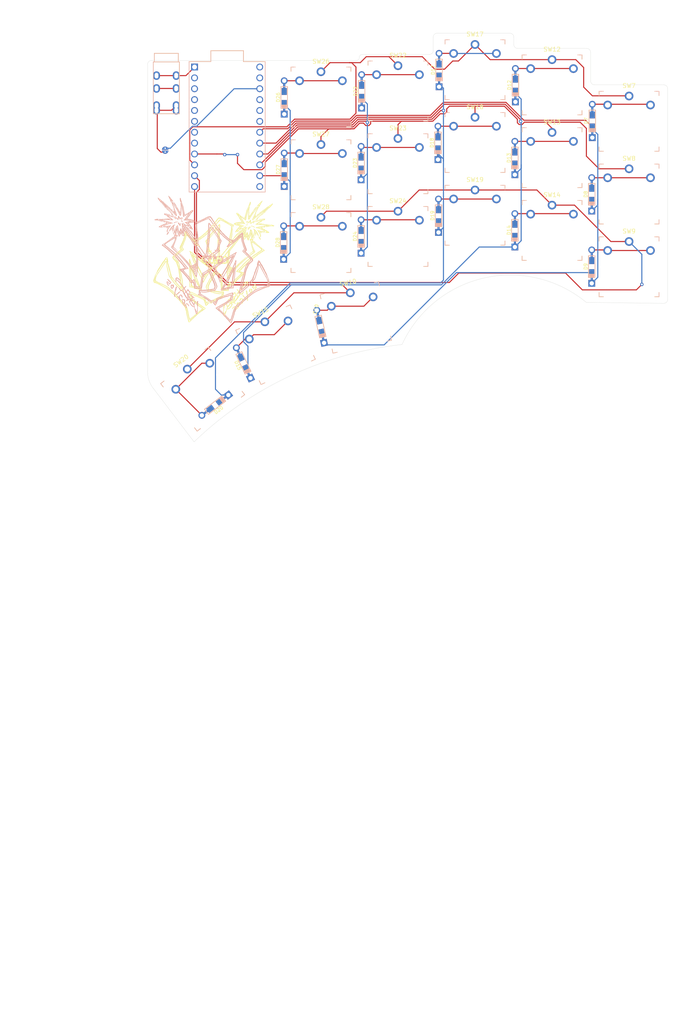
<source format=kicad_pcb>
(kicad_pcb (version 20210606) (generator pcbnew)
  (layers (0 "F.Cu" signal) (31 "B.Cu" signal) (34 "B.Paste" user) (35 "F.Paste" user) (36 "B.SilkS" user "B.Silkscreen") (37 "F.SilkS" user "F.Silkscreen") (38 "B.Mask" user) (39 "F.Mask" user) (44 "Edge.Cuts" user))
  (net 0 "")
  (net 1 "/Col1")
  (net 2 "Net-(D7-Pad2)")
  (net 3 "Net-(D8-Pad2)")
  (net 4 "Net-(D9-Pad2)")
  (net 5 "Net-(D10-Pad2)")
  (net 6 "/Col2")
  (net 7 "Net-(D12-Pad2)")
  (net 8 "Net-(D13-Pad2)")
  (net 9 "Net-(D14-Pad2)")
  (net 10 "Net-(D15-Pad2)")
  (net 11 "/Col3")
  (net 12 "Net-(D17-Pad2)")
  (net 13 "Net-(D18-Pad2)")
  (net 14 "Net-(D19-Pad2)")
  (net 15 "Net-(D20-Pad2)")
  (net 16 "/Col4")
  (net 17 "Net-(D22-Pad2)")
  (net 18 "Net-(D23-Pad2)")
  (net 19 "Net-(D24-Pad2)")
  (net 20 "/Col5")
  (net 21 "Net-(D26-Pad2)")
  (net 22 "Net-(D27-Pad2)")
  (net 23 "Net-(D28-Pad2)")
  (net 24 "/Row1")
  (net 25 "/Row2")
  (net 26 "/Row3")
  (net 27 "/Row4")
  (net 28 "/Serial")
  (net 29 "VCC")
  (net 30 "GND")
  (net 31 "Net-(RST1-Pad1)")
  (footprint "Keebio-Parts:Diode-dual" (layer "F.Cu") (at 225.407 62.260328 -90)
    (fp_text reference "D7")
    (fp_text value "1N4148" hide)
  )
  (footprint "Keebio-Parts:Diode-dual" (layer "F.Cu") (at 225.28 79.405328 -90)
    (fp_text reference "D8")
    (fp_text value "1N4148" hide)
  )
  (footprint "Keebio-Parts:Diode-dual" (layer "F.Cu") (at 225.28 96.296328 -90)
    (fp_text reference "D9")
    (fp_text value "1N4148" hide)
  )
  (footprint "Keebio-Parts:Diode-dual" (layer "F.Cu") (at 161.884594 110.296879 -77.5)
    (fp_text reference "D10")
    (fp_text value "1N4148" hide)
  )
  (footprint "Keebio-Parts:Diode-dual" (layer "F.Cu") (at 207.441 53.906998 -90)
    (fp_text reference "D12")
    (fp_text value "1N4148" hide)
  )
  (footprint "Keebio-Parts:Diode-dual" (layer "F.Cu") (at 207.314 70.924998 -90)
    (fp_text reference "D13")
    (fp_text value "1N4148" hide)
  )
  (footprint "Keebio-Parts:Diode-dual" (layer "F.Cu") (at 207.314 87.815998 -90)
    (fp_text reference "D14")
    (fp_text value "1N4148" hide)
  )
  (footprint "Keebio-Parts:Diode-dual" (layer "F.Cu") (at 143.884594 118.796875 -65)
    (fp_text reference "D15")
    (fp_text value "1N4148" hide)
  )
  (footprint "Keebio-Parts:Diode-dual" (layer "F.Cu") (at 189.602 50.370664 -90)
    (fp_text reference "D17")
    (fp_text value "1N4148" hide)
  )
  (footprint "Keebio-Parts:Diode-dual" (layer "F.Cu") (at 189.348 67.388664 -90)
    (fp_text reference "D18")
    (fp_text value "1N4148" hide)
  )
  (footprint "Keebio-Parts:Diode-dual" (layer "F.Cu") (at 189.475 84.406664 -90)
    (fp_text reference "D19")
    (fp_text value "1N4148" hide)
  )
  (footprint "Keebio-Parts:Diode-dual" (layer "F.Cu") (at 137.266617 128.671904 37.5)
    (fp_text reference "D20")
    (fp_text value "1N4148" hide)
  )
  (footprint "Keebio-Parts:Diode-dual" (layer "F.Cu") (at 171.509 55.34333 -90)
    (fp_text reference "D22")
    (fp_text value "1N4148" hide)
  )
  (footprint "Keebio-Parts:Diode-dual" (layer "F.Cu") (at 171.382 72.10733 -90)
    (fp_text reference "D23")
    (fp_text value "1N4148" hide)
  )
  (footprint "Keebio-Parts:Diode-dual" (layer "F.Cu") (at 171.382 89.25233 -90)
    (fp_text reference "D24")
    (fp_text value "1N4148" hide)
  )
  (footprint "Keebio-Parts:Diode-dual" (layer "F.Cu") (at 153.416 56.769 -90)
    (fp_text reference "D26")
    (fp_text value "1N4148" hide)
  )
  (footprint "Keebio-Parts:Diode-dual" (layer "F.Cu") (at 153.416 73.66 -90)
    (fp_text reference "D27")
    (fp_text value "1N4148" hide)
  )
  (footprint "Keebio-Parts:TRRS-PJ-320A" (layer "F.Cu") (at 125.87 48.46898)
    (fp_text reference "J1")
    (fp_text value "AudioJack4")
  )
  (footprint "Keebio-Parts:SolderJumperSets" (layer "F.Cu") (at 125.603 69.088 -90)
    (fp_text reference "RST1" hide)
    (fp_text value "RESET_JUMP" hide)
  )
  (footprint "keyswitches:PG1350_reversible" (layer "F.Cu") (at 234 79.333328 180)
    (fp_text reference "SW8")
    (fp_text value "SW_PUSH")
  )
  (footprint "keyswitches:PG1350_reversible" (layer "F.Cu") (at 234 96.333328 180)
    (fp_text reference "SW9")
    (fp_text value "SW_PUSH")
  )
  (footprint "keyswitches:PG1350_reversible" (layer "F.Cu") (at 216 70.833332 180)
    (fp_text reference "SW13")
    (fp_text value "SW_PUSH")
  )
  (footprint "keyswitches:PG1350_reversible" (layer "F.Cu") (at 216 87.833332 180)
    (fp_text reference "SW14")
    (fp_text value "SW_PUSH")
  )
  (footprint "keyswitches:PG1350_reversible" (layer "F.Cu") (at 151.384594 114.546877 -155)
    (fp_text reference "SW15")
    (fp_text value "SW_PUSH")
  )
  (footprint "keyswitches:PG1350_reversible" (layer "F.Cu") (at 134.357794 124.923065 -142.5)
    (fp_text reference "SW20")
    (fp_text value "SW_PUSH")
  )
  (footprint "keyswitches:PG1350_reversible" (layer "F.Cu") (at 180 55.249998 180)
    (fp_text reference "SW22")
    (fp_text value "SW_PUSH")
  )
  (footprint "keyswitches:PG1350_reversible" (layer "F.Cu") (at 180 72.249998 180)
    (fp_text reference "SW23")
    (fp_text value "SW_PUSH")
  )
  (footprint "keyswitches:PG1350_reversible" (layer "F.Cu") (at 180 89.249998 180)
    (fp_text reference "SW24")
    (fp_text value "SW_PUSH")
  )
  (footprint "keyswitches:PG1350_reversible" (layer "F.Cu") (at 162 56.666664 180)
    (fp_text reference "SW26")
    (fp_text value "SW_PUSH")
  )
  (footprint "keyswitches:PG1350_reversible" (layer "F.Cu") (at 162 73.666664 180)
    (fp_text reference "SW27")
    (fp_text value "SW_PUSH")
  )
  (footprint "keyswitches:PG1350_reversible" (layer "F.Cu") (at 162 90.666664 180)
    (fp_text reference "SW28")
    (fp_text value "SW_PUSH")
  )
  (footprint "promicro:ProMicro" (layer "F.Cu") (at 140.081 63.627 -90)
    (fp_text reference "U1" hide)
    (fp_text value "ProMicro")
  )
  (footprint "keyswitches:PG1350_reversible" (layer "F.Cu") (at 234 62.333328 180)
    (fp_text reference "SW7")
    (fp_text value "SW_PUSH")
  )
  (footprint "keyswitches:PG1350_reversible" (layer "F.Cu") (at 216 53.833332 180)
    (fp_text reference "SW12")
    (fp_text value "SW_PUSH")
  )
  (footprint "Keebio-Parts:Diode-dual" (layer "F.Cu") (at 153.289 90.678 -90)
    (fp_text reference "D28")
    (fp_text value "1N4148" hide)
  )
  (footprint "keyswitches:PG1350_reversible" (layer "F.Cu") (at 198 50.291667 180)
    (fp_text reference "SW17")
    (fp_text value "SW_PUSH")
  )
  (footprint "keyswitches:PG1350_reversible" (layer "F.Cu") (at 198 84.291667 180)
    (fp_text reference "SW19")
    (fp_text value "SW_PUSH")
  )
  (footprint "keyswitches:PG1350_reversible" (layer "F.Cu") (at 198 67.291667 180)
    (fp_text reference "SW18")
    (fp_text value "SW_PUSH")
  )
  (footprint "keyswitches:PG1350_reversible" (layer "F.Cu") (at 170.134594 108.17188 -167.5)
    (fp_text reference "SW10")
    (fp_text value "SW_PUSH")
  )
  (footprint "footprints:kazcyril" (layer "F.Cu") (at 136.6 94.8)
    (fp_text reference "Gkaz")
    (fp_text value "LOGO")
  )
  (footprint "Keebio-Parts:TRRS-PJ-320A" (layer "B.Cu") (at 125.87 48.46898 180)
    (fp_text reference "J2")
    (fp_text value "AudioJack4")
  )
  (footprint "footprints:kazcyril" (layer "B.Cu") (at 136.818782 94.611337 175)
    (fp_text reference "G***")
    (fp_text value "LOGO" hide)
  )
  (gr_line (start 225.0186 46.228) (end 225.0186 52.9082) (layer "Edge.Cuts") (width 0.05))
  (gr_line (start 225.933 53.8226) (end 242.1128 53.8226) (layer "Edge.Cuts") (width 0.05))
  (gr_line (start 207.9752 45.3136) (end 224.1042 45.3136) (layer "Edge.Cuts") (width 0.05))
  (gr_line (start 207.0608 42.672) (end 207.0608 44.3992) (layer "Edge.Cuts") (width 0.05))
  (gr_line (start 189.1538 41.7576) (end 206.1464 41.7576) (layer "Edge.Cuts") (width 0.05))
  (gr_line (start 188.2394 45.7962) (end 188.2394 42.672) (layer "Edge.Cuts") (width 0.05))
  (gr_line (start 171.6786 46.7106) (end 187.325 46.7106) (layer "Edge.Cuts") (width 0.05))
  (gr_line (start 122.4026 48.133) (end 170.2562 48.133) (layer "Edge.Cuts") (width 0.05))
  (gr_line (start 243.0272 103.9622) (end 243.0272 54.737) (layer "Edge.Cuts") (width 0.05))
  (gr_line (start 122.8 124.7) (end 132.35 137.25) (layer "Edge.Cuts") (width 0.05))
  (gr_arc (start 242.1128 103.9622) (end 242.1128 104.8766) (angle -90) (layer "Edge.Cuts") (width 0.05))
  (gr_arc (start 225.933 52.9082) (end 225.0186 52.9082) (angle -90) (layer "Edge.Cuts") (width 0.05))
  (gr_line (start 121.4882 49.0474) (end 121.4882 120.8024) (layer "Edge.Cuts") (width 0.05))
  (gr_arc (start 224.1042 46.228) (end 225.0186 46.228) (angle -90) (layer "Edge.Cuts") (width 0.05))
  (gr_line (start 242.1128 104.8766) (end 224 104.65) (layer "Edge.Cuts") (width 0.05))
  (gr_arc (start 206.260515 126.119817) (end 224 104.65) (angle -104.9058916) (layer "Edge.Cuts") (width 0.05))
  (gr_arc (start 187.325 45.7962) (end 187.325 46.7106) (angle -90) (layer "Edge.Cuts") (width 0.05))
  (gr_arc (start 171.6786 47.4218) (end 171.6786 46.7106) (angle -90) (layer "Edge.Cuts") (width 0.05))
  (gr_arc (start 170.2562 47.4218) (end 170.2562 48.133) (angle -90) (layer "Edge.Cuts") (width 0.05))
  (gr_arc (start 207.9752 44.3992) (end 207.0608 44.3992) (angle -90) (layer "Edge.Cuts") (width 0.05))
  (gr_arc (start 127.654137 120.896708) (end 121.4882 120.8024) (angle -38.95552328) (layer "Edge.Cuts") (width 0.05))
  (gr_arc (start 190.012088 197.145218) (end 180.95 114.5) (angle -37.65422344) (layer "Edge.Cuts") (width 0.05))
  (gr_arc (start 189.1538 42.672) (end 189.1538 41.7576) (angle -90) (layer "Edge.Cuts") (width 0.05))
  (gr_arc (start 242.1128 54.737) (end 243.0272 54.737) (angle -90) (layer "Edge.Cuts") (width 0.05))
  (gr_arc (start 206.1464 42.672) (end 207.0608 42.672) (angle -90) (layer "Edge.Cuts") (width 0.05))
  (gr_arc (start 122.4026 49.0474) (end 122.4026 48.133) (angle -90) (layer "Edge.Cuts") (width 0.05))
  (segment (start 205.232 57.912) (end 190.626999 57.912001) (width 0.25) (layer "F.Cu") (net 1))
  (segment (start 190.626999 57.912001) (end 187.579 60.96) (width 0.25) (layer "F.Cu") (net 1))
  (segment (start 170.30841 60.96) (end 168.9694 62.29901) (width 0.25) (layer "F.Cu") (net 1))
  (segment (start 154.23176 64.07701) (end 148.52099 64.07701) (width 0.25) (layer "F.Cu") (net 1))
  (segment (start 168.9694 62.29901) (end 156.00976 62.29901) (width 0.25) (layer "F.Cu") (net 1))
  (segment (start 225.407 63.660328) (end 223.849672 62.103) (width 0.25) (layer "F.Cu") (net 1))
  (segment (start 148.52099 64.07701) (end 147.701 64.897) (width 0.25) (layer "F.Cu") (net 1))
  (segment (start 209.423 62.103) (end 205.232 57.912) (width 0.25) (layer "F.Cu") (net 1))
  (segment (start 223.849672 62.103) (end 209.423 62.103) (width 0.25) (layer "F.Cu") (net 1))
  (segment (start 156.00976 62.29901) (end 154.23176 64.07701) (width 0.25) (layer "F.Cu") (net 1))
  (segment (start 187.579 60.96) (end 170.30841 60.96) (width 0.25) (layer "F.Cu") (net 1))
  (segment (start 225.407 64.760328) (end 226.050328 64.760328) (width 0.25) (layer "B.Cu") (net 1))
  (segment (start 176.764735 114.585265) (end 193.653672 97.696328) (width 0.25) (layer "B.Cu") (net 1))
  (segment (start 226.695 65.405) (end 226.695 80.518) (width 0.25) (layer "B.Cu") (net 1))
  (segment (start 226.695 98.781328) (end 225.28 100.196328) (width 0.25) (layer "B.Cu") (net 1))
  (segment (start 162.728708 114.104433) (end 163.20954 114.585265) (width 0.25) (layer "B.Cu") (net 1))
  (segment (start 226.050328 64.760328) (end 226.695 65.405) (width 0.25) (layer "B.Cu") (net 1))
  (segment (start 163.20954 114.585265) (end 176.764735 114.585265) (width 0.25) (layer "B.Cu") (net 1))
  (segment (start 226.695 80.518) (end 226.695 98.781328) (width 0.25) (layer "B.Cu") (net 1))
  (segment (start 193.653672 97.696328) (end 225.28 97.696328) (width 0.25) (layer "B.Cu") (net 1))
  (segment (start 226.695 81.890328) (end 225.28 83.305328) (width 0.25) (layer "B.Cu") (net 1))
  (segment (start 226.695 80.518) (end 226.695 81.890328) (width 0.25) (layer "B.Cu") (net 1))
  (segment (start 225.407 58.360328) (end 238.827 58.360328) (width 0.25) (layer "F.Cu") (net 2))
  (segment (start 228.827 58.360328) (end 229 58.533328) (width 0.25) (layer "F.Cu") (net 2))
  (segment (start 238.827 58.360328) (end 239 58.533328) (width 0.25) (layer "F.Cu") (net 2))
  (segment (start 225.407 58.360328) (end 228.827 58.360328) (width 0.25) (layer "F.Cu") (net 2))
  (segment (start 239 75.533328) (end 225.308 75.533328) (width 0.25) (layer "F.Cu") (net 3))
  (segment (start 225.308 75.533328) (end 225.28 75.505328) (width 0.25) (layer "F.Cu") (net 3))
  (segment (start 228.863 92.396328) (end 229 92.533328) (width 0.25) (layer "F.Cu") (net 4))
  (segment (start 225.28 92.396328) (end 228.863 92.396328) (width 0.25) (layer "F.Cu") (net 4))
  (segment (start 229 92.533328) (end 239 92.533328) (width 0.25) (layer "F.Cu") (net 4))
  (segment (start 164.430643 105.544153) (end 172.029208 105.544153) (width 0.25) (layer "F.Cu") (net 5))
  (segment (start 172.029208 105.544153) (end 174.193604 103.379757) (width 0.25) (layer "F.Cu") (net 5))
  (segment (start 161.04048 106.489325) (end 163.485471 106.489325) (width 0.25) (layer "F.Cu") (net 5))
  (segment (start 163.485471 106.489325) (end 164.430643 105.544153) (width 0.25) (layer "F.Cu") (net 5))
  (segment (start 187.765401 61.410009) (end 190.8134 58.36201) (width 0.25) (layer "F.Cu") (net 6))
  (segment (start 147.701 67.437) (end 151.50818 67.437) (width 0.25) (layer "F.Cu") (net 6))
  (segment (start 205.0456 58.36201) (end 206.188999 59.505409) (width 0.25) (layer "F.Cu") (net 6))
  (segment (start 208.656347 61.972757) (end 208.656347 62.361653) (width 0.25) (layer "F.Cu") (net 6))
  (segment (start 156.19616 62.74902) (end 169.155801 62.749019) (width 0.25) (layer "F.Cu") (net 6))
  (segment (start 190.8134 58.36201) (end 205.0456 58.36201) (width 0.25) (layer "F.Cu") (net 6))
  (segment (start 151.50818 67.437) (end 156.19616 62.74902) (width 0.25) (layer "F.Cu") (net 6))
  (segment (start 206.188999 59.505409) (end 208.656347 61.972757) (width 0.25) (layer "F.Cu") (net 6))
  (segment (start 169.155801 62.749019) (end 170.49481 61.41001) (width 0.25) (layer "F.Cu") (net 6))
  (segment (start 170.49481 61.41001) (end 187.765401 61.410009) (width 0.25) (layer "F.Cu") (net 6))
  (via (at 208.656347 62.361653) (size 0.8) (drill 0.4) (layers "F.Cu" "B.Cu") (net 6))
  (segment (start 207.441 56.406998) (end 208.044998 56.406998) (width 0.25) (layer "B.Cu") (net 6))
  (segment (start 198.98772 91.715998) (end 207.314 91.715998) (width 0.25) (layer "B.Cu") (net 6))
  (segment (start 144.94114 114.894715) (end 143.906105 113.85968) (width 0.25) (layer "B.Cu") (net 6))
  (segment (start 208.788 63.329637) (end 208.788 72.517) (width 0.25) (layer "B.Cu") (net 6))
  (segment (start 190.146933 100.556785) (end 198.98772 91.715998) (width 0.25) (layer "B.Cu") (net 6))
  (segment (start 208.788 62.493306) (end 208.656347 62.361653) (width 0.25) (layer "B.Cu") (net 6))
  (segment (start 143.906105 111.693164) (end 155.042484 100.556785) (width 0.25) (layer "B.Cu") (net 6))
  (segment (start 208.788 90.043) (end 208.788 90.241998) (width 0.25) (layer "B.Cu") (net 6))
  (segment (start 208.788 57.15) (end 208.788 63.329637) (width 0.25) (layer "B.Cu") (net 6))
  (segment (start 208.788 72.517) (end 208.788 73.350998) (width 0.25) (layer "B.Cu") (net 6))
  (segment (start 144.94114 121.062644) (end 144.94114 114.894715) (width 0.25) (layer "B.Cu") (net 6))
  (segment (start 143.906105 113.85968) (end 143.906105 111.693164) (width 0.25) (layer "B.Cu") (net 6))
  (segment (start 208.788 90.241998) (end 207.314 91.715998) (width 0.25) (layer "B.Cu") (net 6))
  (segment (start 208.044998 56.406998) (end 208.788 57.15) (width 0.25) (layer "B.Cu") (net 6))
  (segment (start 208.788 63.329637) (end 208.788 62.493306) (width 0.25) (layer "B.Cu") (net 6))
  (segment (start 155.042484 100.556785) (end 190.146933 100.556785) (width 0.25) (layer "B.Cu") (net 6))
  (segment (start 208.788 72.517) (end 208.788 90.043) (width 0.25) (layer "B.Cu") (net 6))
  (segment (start 208.788 73.350998) (end 207.314 74.824998) (width 0.25) (layer "B.Cu") (net 6))
  (segment (start 220.973666 50.006998) (end 221 50.033332) (width 0.25) (layer "F.Cu") (net 7))
  (segment (start 207.441 51.406998) (end 207.441 50.006998) (width 0.25) (layer "F.Cu") (net 7))
  (segment (start 207.441 50.006998) (end 220.973666 50.006998) (width 0.25) (layer "F.Cu") (net 7))
  (segment (start 221 67.033332) (end 211 67.033332) (width 0.25) (layer "F.Cu") (net 8))
  (segment (start 207.322334 67.033332) (end 207.314 67.024998) (width 0.25) (layer "F.Cu") (net 8))
  (segment (start 211 67.033332) (end 207.322334 67.033332) (width 0.25) (layer "F.Cu") (net 8))
  (segment (start 207.314 83.915998) (end 220.882666 83.915998) (width 0.25) (layer "F.Cu") (net 9))
  (segment (start 220.882666 83.915998) (end 221 84.033332) (width 0.25) (layer "F.Cu") (net 9))
  (segment (start 207.314 85.315998) (end 207.314 83.915998) (width 0.25) (layer "F.Cu") (net 9))
  (segment (start 142.236383 115.262275) (end 144.282659 113.215999) (width 0.25) (layer "F.Cu") (net 10))
  (segment (start 146.263105 112.2) (end 151.1 112.2) (width 0.25) (layer "F.Cu") (net 10))
  (segment (start 144.282659 113.215999) (end 145.247106 113.215999) (width 0.25) (layer "F.Cu") (net 10))
  (segment (start 151.1 112.2) (end 154.310184 108.989816) (width 0.25) (layer "F.Cu") (net 10))
  (segment (start 145.247106 113.215999) (end 146.263105 112.2) (width 0.25) (layer "F.Cu") (net 10))
  (segment (start 169.083972 63.199028) (end 169.342202 63.199028) (width 0.25) (layer "F.Cu") (net 11))
  (segment (start 189.99482 59.817) (end 190.627 59.817) (width 0.25) (layer "F.Cu") (net 11))
  (segment (start 169.08397 63.19903) (end 169.083972 63.199028) (width 0.25) (layer "F.Cu") (net 11))
  (segment (start 187.951802 61.860018) (end 189.99482 59.817) (width 0.25) (layer "F.Cu") (net 11))
  (segment (start 147.701 69.977) (end 149.60459 69.977) (width 0.25) (layer "F.Cu") (net 11))
  (segment (start 149.60459 69.977) (end 156.38256 63.19903) (width 0.25) (layer "F.Cu") (net 11))
  (segment (start 169.342202 63.199028) (end 170.681212 61.860018) (width 0.25) (layer "F.Cu") (net 11))
  (segment (start 168.22803 63.19903) (end 169.08397 63.19903) (width 0.25) (layer "F.Cu") (net 11))
  (segment (start 156.38256 63.19903) (end 168.22803 63.19903) (width 0.25) (layer "F.Cu") (net 11))
  (segment (start 170.681212 61.860018) (end 187.951802 61.860018) (width 0.25) (layer "F.Cu") (net 11))
  (via (at 190.627 59.817) (size 0.8) (drill 0.4) (layers "F.Cu" "B.Cu") (net 11))
  (segment (start 137.352268 117.610591) (end 154.855594 100.107265) (width 0.25) (layer "B.Cu") (net 11))
  (segment (start 190.627 54.61) (end 190.627 59.817) (width 0.25) (layer "B.Cu") (net 11))
  (segment (start 140.360695 126.297734) (end 138.702949 126.297734) (width 0.25) (layer "B.Cu") (net 11))
  (segment (start 190.627 59.817) (end 190.627 71.628) (width 0.25) (layer "B.Cu") (net 11))
  (segment (start 190.627 87.154664) (end 189.475 88.306664) (width 0.25) (layer "B.Cu") (net 11))
  (segment (start 189.960735 100.107265) (end 190.627 99.441) (width 0.25) (layer "B.Cu") (net 11))
  (segment (start 190.627 71.628) (end 190.627 87.154664) (width 0.25) (layer "B.Cu") (net 11))
  (segment (start 137.352268 124.947053) (end 137.352268 117.610591) (width 0.25) (layer "B.Cu") (net 11))
  (segment (start 138.702949 126.297734) (end 137.352268 124.947053) (width 0.25) (layer "B.Cu") (net 11))
  (segment (start 190.287664 54.270664) (end 190.627 54.61) (width 0.25) (layer "B.Cu") (net 11))
  (segment (start 154.855594 100.107265) (end 189.960735 100.107265) (width 0.25) (layer "B.Cu") (net 11))
  (segment (start 190.627 71.628) (end 190.627 71.167664) (width 0.25) (layer "B.Cu") (net 11))
  (segment (start 190.627 71.167664) (end 189.348 69.888664) (width 0.25) (layer "B.Cu") (net 11))
  (segment (start 190.627 99.441) (end 190.627 87.154664) (width 0.25) (layer "B.Cu") (net 11))
  (segment (start 189.602 54.270664) (end 190.287664 54.270664) (width 0.25) (layer "B.Cu") (net 11))
  (segment (start 192.978997 46.470664) (end 193 46.491667) (width 0.25) (layer "F.Cu") (net 12))
  (segment (start 189.602 46.470664) (end 192.978997 46.470664) (width 0.25) (layer "F.Cu") (net 12))
  (segment (start 193 46.491667) (end 203 46.491667) (width 0.25) (layer "B.Cu") (net 12))
  (segment (start 192.996997 63.488664) (end 193 63.491667) (width 0.25) (layer "F.Cu") (net 13))
  (segment (start 189.348 63.488664) (end 192.996997 63.488664) (width 0.25) (layer "F.Cu") (net 13))
  (segment (start 203 63.491667) (end 193 63.491667) (width 0.25) (layer "F.Cu") (net 13))
  (segment (start 202.985003 80.506664) (end 203 80.491667) (width 0.25) (layer "F.Cu") (net 14))
  (segment (start 189.475 80.506664) (end 202.985003 80.506664) (width 0.25) (layer "F.Cu") (net 14))
  (segment (start 134.172539 131.046074) (end 134.171679 131.046074) (width 0.25) (layer "F.Cu") (net 15))
  (segment (start 134.165348 118.864515) (end 128.077734 124.952129) (width 0.25) (layer "F.Cu") (net 15))
  (segment (start 134.171679 131.046074) (end 128.077734 124.952129) (width 0.25) (layer "F.Cu") (net 15))
  (segment (start 136.011267 118.864515) (end 134.165348 118.864515) (width 0.25) (layer "F.Cu") (net 15))
  (segment (start 156.5275 63.6905) (end 156.56896 63.64904) (width 0.25) (layer "F.Cu") (net 16))
  (segment (start 168.04304 63.64904) (end 169.5286 63.64904) (width 0.25) (layer "F.Cu") (net 16))
  (segment (start 155.5115 64.7065) (end 156.5275 63.6905) (width 0.25) (layer "F.Cu") (net 16))
  (segment (start 170.867612 62.310028) (end 172.546028 62.310028) (width 0.25) (layer "F.Cu") (net 16))
  (segment (start 147.701 72.517) (end 155.5115 64.7065) (width 0.25) (layer "F.Cu") (net 16))
  (segment (start 168.04304 63.64904) (end 169.291 63.64904) (width 0.25) (layer "F.Cu") (net 16))
  (segment (start 156.56896 63.64904) (end 168.04304 63.64904) (width 0.25) (layer "F.Cu") (net 16))
  (segment (start 169.5286 63.64904) (end 170.867612 62.310028) (width 0.25) (layer "F.Cu") (net 16))
  (segment (start 169.291 63.64904) (end 169.44004 63.64904) (width 0.25) (layer "F.Cu") (net 16))
  (segment (start 172.546028 62.310028) (end 172.847 62.611) (width 0.25) (layer "F.Cu") (net 16))
  (via (at 172.847 62.611) (size 0.8) (drill 0.4) (layers "F.Cu" "B.Cu") (net 16))
  (segment (start 172.847 58.293) (end 172.847 62.611) (width 0.25) (layer "B.Cu") (net 16))
  (segment (start 171.509 57.84333) (end 172.39733 57.84333) (width 0.25) (layer "B.Cu") (net 16))
  (segment (start 172.847 62.611) (end 172.847 64.262) (width 0.25) (layer "B.Cu") (net 16))
  (segment (start 172.847 74.54233) (end 171.382 76.00733) (width 0.25) (layer "B.Cu") (net 16))
  (segment (start 172.847 91.68733) (end 171.382 93.15233) (width 0.25) (layer "B.Cu") (net 16))
  (segment (start 172.39733 57.84333) (end 172.847 58.293) (width 0.25) (layer "B.Cu") (net 16))
  (segment (start 172.847 64.262) (end 172.847 74.54233) (width 0.25) (layer "B.Cu") (net 16))
  (segment (start 172.847 74.54233) (end 172.847 91.68733) (width 0.25) (layer "B.Cu") (net 16))
  (segment (start 184.993332 51.44333) (end 185 51.449998) (width 0.25) (layer "F.Cu") (net 17))
  (segment (start 171.509 51.44333) (end 184.993332 51.44333) (width 0.25) (layer "F.Cu") (net 17))
  (segment (start 185 68.449998) (end 175 68.449998) (width 0.25) (layer "F.Cu") (net 18))
  (segment (start 175 68.449998) (end 171.624668 68.449998) (width 0.25) (layer "F.Cu") (net 18))
  (segment (start 171.624668 68.449998) (end 171.382 68.20733) (width 0.25) (layer "F.Cu") (net 18))
  (segment (start 184.902332 85.35233) (end 185 85.449998) (width 0.25) (layer "F.Cu") (net 19))
  (segment (start 171.382 85.35233) (end 184.902332 85.35233) (width 0.25) (layer "F.Cu") (net 19))
  (segment (start 147.701 75.057) (end 153.413 75.057) (width 0.25) (layer "F.Cu") (net 20))
  (segment (start 153.413 75.057) (end 153.416 75.06) (width 0.25) (layer "F.Cu") (net 20))
  (segment (start 154.813 59.817) (end 154.813 76.835) (width 0.25) (layer "B.Cu") (net 20))
  (segment (start 154.265 59.269) (end 154.813 59.817) (width 0.25) (layer "B.Cu") (net 20))
  (segment (start 154.813 76.835) (end 154.813 76.457) (width 0.25) (layer "B.Cu") (net 20))
  (segment (start 154.813 76.457) (end 153.416 75.06) (width 0.25) (layer "B.Cu") (net 20))
  (segment (start 154.813 76.835) (end 154.813 93.054) (width 0.25) (layer "B.Cu") (net 20))
  (segment (start 154.813 93.054) (end 153.289 94.578) (width 0.25) (layer "B.Cu") (net 20))
  (segment (start 153.416 59.269) (end 154.265 59.269) (width 0.25) (layer "B.Cu") (net 20))
  (segment (start 153.416 52.869) (end 156.997664 52.869) (width 0.25) (layer "F.Cu") (net 21))
  (segment (start 156.997664 52.869) (end 157 52.866664) (width 0.25) (layer "F.Cu") (net 21))
  (segment (start 157 52.866664) (end 167 52.866664) (width 0.25) (layer "F.Cu") (net 21))
  (segment (start 153.416 69.76) (end 156.893336 69.76) (width 0.25) (layer "F.Cu") (net 22))
  (segment (start 153.416 71.16) (end 153.416 69.76) (width 0.25) (layer "F.Cu") (net 22))
  (segment (start 157 69.866664) (end 167 69.866664) (width 0.25) (layer "F.Cu") (net 22))
  (segment (start 156.893336 69.76) (end 157 69.866664) (width 0.25) (layer "F.Cu") (net 22))
  (segment (start 166.911336 86.778) (end 167 86.866664) (width 0.25) (layer "F.Cu") (net 23))
  (segment (start 153.289 86.778) (end 166.911336 86.778) (width 0.25) (layer "F.Cu") (net 23))
  (segment (start 233.954672 56.388) (end 234 56.433328) (width 0.25) (layer "F.Cu") (net 24))
  (segment (start 223.393 49.784) (end 223.393 54.356) (width 0.25) (layer "F.Cu") (net 24))
  (segment (start 154.04536 63.627) (end 132.065998 63.627) (width 0.25) (layer "F.Cu") (net 24))
  (segment (start 225.425 56.388) (end 233.954672 56.388) (width 0.25) (layer "F.Cu") (net 24))
  (segment (start 162 50.766664) (end 164.125664 48.641) (width 0.25) (layer "F.Cu") (net 24))
  (segment (start 132.065998 63.627) (end 131.335999 64.356999) (width 0.25) (layer "F.Cu") (net 24))
  (segment (start 169.164 48.641) (end 170.18 49.657) (width 0.25) (layer "F.Cu") (net 24))
  (segment (start 168.656 48.641) (end 171.196 48.641) (width 0.25) (layer "F.Cu") (net 24))
  (segment (start 170.18 60.452) (end 168.783 61.849) (width 0.25) (layer "F.Cu") (net 24))
  (segment (start 223.393 54.356) (end 225.425 56.388) (width 0.25) (layer "F.Cu") (net 24))
  (segment (start 131.335999 71.391999) (end 132.461 72.517) (width 0.25) (layer "F.Cu") (net 24))
  (segment (start 168.656 48.641) (end 169.164 48.641) (width 0.25) (layer "F.Cu") (net 24))
  (segment (start 194.139501 48.252166) (end 198 44.391667) (width 0.25) (layer "F.Cu") (net 24))
  (segment (start 221.542332 47.933332) (end 223.393 49.784) (width 0.25) (layer "F.Cu") (net 24))
  (segment (start 190.886333 50.165) (end 192.799167 48.252166) (width 0.25) (layer "F.Cu") (net 24))
  (segment (start 185.674 47.244) (end 188.595 50.165) (width 0.25) (layer "F.Cu") (net 24))
  (segment (start 216 47.933332) (end 221.542332 47.933332) (width 0.25) (layer "F.Cu") (net 24))
  (segment (start 168.783 61.849) (end 155.82336 61.849) (width 0.25) (layer "F.Cu") (net 24))
  (segment (start 188.595 50.165) (end 190.886333 50.165) (width 0.25) (layer "F.Cu") (net 24))
  (segment (start 201.541665 47.933332) (end 198 44.391667) (width 0.25) (layer "F.Cu") (net 24))
  (segment (start 177.894002 47.244) (end 185.674 47.244) (width 0.25) (layer "F.Cu") (net 24))
  (segment (start 216 47.933332) (end 201.541665 47.933332) (width 0.25) (layer "F.Cu") (net 24))
  (segment (start 155.82336 61.849) (end 154.04536 63.627) (width 0.25) (layer "F.Cu") (net 24))
  (segment (start 171.196 48.641) (end 172.593 47.244) (width 0.25) (layer "F.Cu") (net 24))
  (segment (start 164.125664 48.641) (end 168.656 48.641) (width 0.25) (layer "F.Cu") (net 24))
  (segment (start 172.593 47.244) (end 177.894002 47.244) (width 0.25) (layer "F.Cu") (net 24))
  (segment (start 131.335999 64.356999) (end 131.335999 71.391999) (width 0.25) (layer "F.Cu") (net 24))
  (segment (start 192.799167 48.252166) (end 194.139501 48.252166) (width 0.25) (layer "F.Cu") (net 24))
  (segment (start 170.18 49.657) (end 170.18 60.452) (width 0.25) (layer "F.Cu") (net 24))
  (segment (start 177.894002 47.244) (end 180 49.349998) (width 0.25) (layer "F.Cu") (net 24))
  (segment (start 173.195001 63.336001) (end 173.609 62.922002) (width 0.25) (layer "F.Cu") (net 25))
  (segment (start 180 66.349998) (end 180 63.111056) (width 0.25) (layer "F.Cu") (net 25))
  (segment (start 208.308346 63.086654) (end 209.004348 63.086654) (width 0.25) (layer "F.Cu") (net 25))
  (segment (start 224.028 70.485) (end 226.976328 73.433328) (width 0.25) (layer "F.Cu") (net 25))
  (segment (start 172.498999 63.336001) (end 173.195001 63.336001) (width 0.25) (layer "F.Cu") (net 25))
  (segment (start 192.01298 58.81202) (end 197.87702 58.81202) (width 0.25) (layer "F.Cu") (net 25))
  (segment (start 169.715 64.09905) (end 170.374025 63.440025) (width 0.25) (layer "F.Cu") (net 25))
  (segment (start 207.899 61.85182) (end 207.899 62.677308) (width 0.25) (layer "F.Cu") (net 25))
  (segment (start 191.389 59.436) (end 192.01298 58.81202) (width 0.25) (layer "F.Cu") (net 25))
  (segment (start 180.801028 62.310028) (end 188.138203 62.310027) (width 0.25) (layer "F.Cu") (net 25))
  (segment (start 222.57301 62.55301) (end 224.028 64.008) (width 0.25) (layer "F.Cu") (net 25))
  (segment (start 148.241001 73.642001) (end 148.971 72.912002) (width 0.25) (layer "F.Cu") (net 25))
  (segment (start 191.389 60.128002) (end 191.389 59.436) (width 0.25) (layer "F.Cu") (net 25))
  (segment (start 207.899 62.677308) (end 208.308346 63.086654) (width 0.25) (layer "F.Cu") (net 25))
  (segment (start 214.57201 62.55301) (end 222.57301 62.55301) (width 0.25) (layer "F.Cu") (net 25))
  (segment (start 170.374025 63.440025) (end 171.054012 62.760038) (width 0.25) (layer "F.Cu") (net 25))
  (segment (start 180 63.111056) (end 180.801028 62.310028) (width 0.25) (layer "F.Cu") (net 25))
  (segment (start 188.138203 62.310027) (end 189.867115 60.581115) (width 0.25) (layer "F.Cu") (net 25))
  (segment (start 139.352033 69.977) (end 139.5 70.124967) (width 0.25) (layer "F.Cu") (net 25))
  (segment (start 173.655972 62.310028) (end 180.801028 62.310028) (width 0.25) (layer "F.Cu") (net 25))
  (segment (start 163.79405 64.135) (end 167.767 64.135) (width 0.25) (layer "F.Cu") (net 25))
  (segment (start 173.609 62.357) (end 173.655972 62.310028) (width 0.25) (layer "F.Cu") (net 25))
  (segment (start 197.87702 58.81202) (end 204.8592 58.81202) (width 0.25) (layer "F.Cu") (net 25))
  (segment (start 190.935887 60.581115) (end 191.389 60.128002) (width 0.25) (layer "F.Cu") (net 25))
  (segment (start 148.971 72.912002) (end 148.971 71.88341) (width 0.25) (layer "F.Cu") (net 25))
  (segment (start 214.57201 62.55301) (end 216 63.981) (width 0.25) (layer "F.Cu") (net 25))
  (segment (start 167.767 64.135) (end 168.91 64.135) (width 0.25) (layer "F.Cu") (net 25))
  (segment (start 209.004348 63.086654) (end 209.537992 62.55301) (width 0.25) (layer "F.Cu") (net 25))
  (segment (start 156.75536 64.09905) (end 169.715 64.09905) (width 0.25) (layer "F.Cu") (net 25))
  (segment (start 143.975369 73.642001) (end 148.241001 73.642001) (width 0.25) (layer "F.Cu") (net 25))
  (segment (start 162 67.766664) (end 162 65.92905) (width 0.25) (layer "F.Cu") (net 25))
  (segment (start 171.054012 62.760038) (end 171.923036 62.760038) (width 0.25) (layer "F.Cu") (net 25))
  (segment (start 168.94595 64.09905) (end 169.715001 64.099049) (width 0.25) (layer "F.Cu") (net 25))
  (segment (start 142.5 70.124967) (end 142.5 72.166632) (width 0.25) (layer "F.Cu") (net 25))
  (segment (start 171.923036 62.760038) (end 172.498999 63.336001) (width 0.25) (layer "F.Cu") (net 25))
  (segment (start 132.461 69.977) (end 137.668 69.977) (width 0.25) (layer "F.Cu") (net 25))
  (segment (start 226.976328 73.433328) (end 234 73.433328) (width 0.25) (layer "F.Cu") (net 25))
  (segment (start 148.971 71.88341) (end 156.75536 64.09905) (width 0.25) (layer "F.Cu") (net 25))
  (segment (start 137.668 69.977) (end 139.352033 69.977) (width 0.25) (layer "F.Cu") (net 25))
  (segment (start 142.5 72.166632) (end 143.975369 73.642001) (width 0.25) (layer "F.Cu") (net 25))
  (segment (start 168.91 64.135) (end 168.94595 64.09905) (width 0.25) (layer "F.Cu") (net 25))
  (segment (start 162 65.92905) (end 163.79405 64.135) (width 0.25) (layer "F.Cu") (net 25))
  (segment (start 169.715001 64.099049) (end 170.374025 63.440025) (width 0.25) (layer "F.Cu") (net 25))
  (segment (start 224.028 64.008) (end 224.028 70.485) (width 0.25) (layer "F.Cu") (net 25))
  (segment (start 209.537992 62.55301) (end 214.57201 62.55301) (width 0.25) (layer "F.Cu") (net 25))
  (segment (start 189.867115 60.581115) (end 190.935887 60.581115) (width 0.25) (layer "F.Cu") (net 25))
  (segment (start 198 58.935) (end 198 61.391667) (width 0.25) (layer "F.Cu") (net 25))
  (segment (start 173.609 62.922002) (end 173.609 62.357) (width 0.25) (layer "F.Cu") (net 25))
  (segment (start 204.8592 58.81202) (end 207.899 61.85182) (width 0.25) (layer "F.Cu") (net 25))
  (segment (start 197.87702 58.81202) (end 198 58.935) (width 0.25) (layer "F.Cu") (net 25))
  (segment (start 216 63.981) (end 216 64.933332) (width 0.25) (layer "F.Cu") (net 25))
  (via (at 139.5 70.124967) (size 0.8) (drill 0.4) (layers "F.Cu" "B.Cu") (net 25))
  (via (at 142.5 70.124967) (size 0.8) (drill 0.4) (layers "F.Cu" "B.Cu") (net 25))
  (segment (start 139.5 70.124967) (end 141.75 70.124967) (width 0.25) (layer "B.Cu") (net 25))
  (segment (start 141.75 70.124967) (end 142.5 70.124967) (width 0.25) (layer "B.Cu") (net 25))
  (segment (start 216 81.933332) (end 221.252332 81.933332) (width 0.25) (layer "F.Cu") (net 26))
  (segment (start 223.077 101.727) (end 235.712 101.727) (width 0.25) (layer "F.Cu") (net 26))
  (segment (start 132.91101 78.92499) (end 132.91101 92.767681) (width 0.25) (layer "F.Cu") (net 26))
  (segment (start 212.458335 78.391667) (end 216 81.933332) (width 0.25) (layer "F.Cu") (net 26))
  (segment (start 132.461 75.057) (end 133.586001 76.182001) (width 0.25) (layer "F.Cu") (net 26))
  (segment (start 132.91101 92.767681) (end 140.143329 100) (width 0.25) (layer "F.Cu") (net 26))
  (segment (start 140.143329 100) (end 192 100) (width 0.25) (layer "F.Cu") (net 26))
  (segment (start 198 78.391667) (end 212.458335 78.391667) (width 0.25) (layer "F.Cu") (net 26))
  (segment (start 162 84.766664) (end 162 84.634) (width 0.25) (layer "F.Cu") (net 26))
  (segment (start 235.712 101.727) (end 236.982 100.457) (width 0.25) (layer "F.Cu") (net 26))
  (segment (start 194.2 97.8) (end 219.15 97.8) (width 0.25) (layer "F.Cu") (net 26))
  (segment (start 180 83.349998) (end 184.958331 78.391667) (width 0.25) (layer "F.Cu") (net 26))
  (segment (start 184.958331 78.391667) (end 198 78.391667) (width 0.25) (layer "F.Cu") (net 26))
  (segment (start 219.15 97.8) (end 223.077 101.727) (width 0.25) (layer "F.Cu") (net 26))
  (segment (start 133.586001 78.249999) (end 132.91101 78.92499) (width 0.25) (layer "F.Cu") (net 26))
  (segment (start 229.752328 90.433328) (end 234 90.433328) (width 0.25) (layer "F.Cu") (net 26))
  (segment (start 162 84.634) (end 163.284002 83.349998) (width 0.25) (layer "F.Cu") (net 26))
  (segment (start 192 100) (end 194.2 97.8) (width 0.25) (layer "F.Cu") (net 26))
  (segment (start 133.586001 76.182001) (end 133.586001 78.249999) (width 0.25) (layer "F.Cu") (net 26))
  (segment (start 163.284002 83.349998) (end 180 83.349998) (width 0.25) (layer "F.Cu") (net 26))
  (segment (start 221.252332 81.933332) (end 229.752328 90.433328) (width 0.25) (layer "F.Cu") (net 26))
  (via (at 236.982 100.457) (size 0.8) (drill 0.4) (layers "F.Cu" "B.Cu") (net 26))
  (segment (start 236.982 100.457) (end 236.982 93.415328) (width 0.25) (layer "B.Cu") (net 26))
  (segment (start 236.982 93.415328) (end 234 90.433328) (width 0.25) (layer "B.Cu") (net 26))
  (segment (start 167.003141 100.557275) (end 168.8576 102.411734) (width 0.25) (layer "F.Cu") (net 27))
  (segment (start 140.064194 100.557275) (end 167.003141 100.557275) (width 0.25) (layer "F.Cu") (net 27))
  (segment (start 148.891146 109.199661) (end 155.679073 102.411734) (width 0.25) (layer "F.Cu") (net 27))
  (segment (start 132.461 92.954081) (end 140.064194 100.557275) (width 0.25) (layer "F.Cu") (net 27))
  (segment (start 141.808721 109.199661) (end 148.891146 109.199661) (width 0.25) (layer "F.Cu") (net 27))
  (segment (start 155.679073 102.411734) (end 168.8576 102.411734) (width 0.25) (layer "F.Cu") (net 27))
  (segment (start 132.461 77.597) (end 132.461 92.954081) (width 0.25) (layer "F.Cu") (net 27))
  (segment (start 130.766102 120.24228) (end 141.808721 109.199661) (width 0.25) (layer "F.Cu") (net 27))
  (segment (start 123.57 51.66898) (end 128.17 51.66898) (width 0.25) (layer "F.Cu") (net 28))
  (segment (start 130.44902 51.66898) (end 132.461 49.657) (width 0.25) (layer "F.Cu") (net 28))
  (segment (start 128.17 51.66898) (end 130.44902 51.66898) (width 0.25) (layer "F.Cu") (net 28))
  (segment (start 123.57 54.66898) (end 128.17 54.66898) (width 0.25) (layer "F.Cu") (net 29))
  (segment (start 127.07 59.76898) (end 128.17 58.66898) (width 0.25) (layer "F.Cu") (net 30))
  (segment (start 123.753 59.95198) (end 123.753 68.703) (width 0.25) (layer "F.Cu") (net 30))
  (segment (start 123.57 59.76898) (end 123.753 59.95198) (width 0.25) (layer "F.Cu") (net 30))
  (segment (start 123.753 68.703) (end 124.6 69.55) (width 0.25) (layer "F.Cu") (net 30))
  (segment (start 124.6 69.55) (end 125.6 69.55) (width 0.25) (layer "F.Cu") (net 30))
  (segment (start 123.57 59.76898) (end 127.07 59.76898) (width 0.25) (layer "F.Cu") (net 30))
  (segment (start 131.968489 63.481511) (end 126.812 68.638) (width 0.25) (layer "B.Cu") (net 31))
  (segment (start 147.701 54.737) (end 141.713 54.737) (width 0.25) (layer "B.Cu") (net 31))
  (segment (start 126.812 68.638) (end 125.603 68.638) (width 0.25) (layer "B.Cu") (net 31))
  (segment (start 132.968489 63.481511) (end 131.968489 63.481511) (width 0.25) (layer "B.Cu") (net 31))
  (segment (start 141.713 54.737) (end 132.968489 63.481511) (width 0.25) (layer "B.Cu") (net 31))
)
</source>
